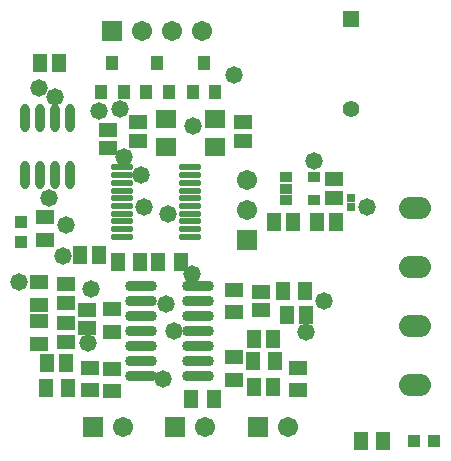
<source format=gts>
%FSLAX25Y25*%
%MOIN*%
G70*
G01*
G75*
G04 Layer_Color=8388736*
%ADD10R,0.02000X0.02000*%
%ADD11R,0.04134X0.05512*%
%ADD12R,0.05512X0.04134*%
%ADD13O,0.09843X0.02756*%
%ADD14O,0.02362X0.08661*%
%ADD15R,0.06300X0.05500*%
%ADD16O,0.06693X0.01378*%
%ADD17R,0.03543X0.02559*%
%ADD18R,0.03543X0.03740*%
%ADD19R,0.03937X0.03937*%
%ADD20R,0.03937X0.03937*%
%ADD21R,0.03740X0.05315*%
%ADD22R,0.05315X0.03740*%
%ADD23C,0.01000*%
%ADD24C,0.00000*%
%ADD25C,0.02000*%
%ADD26C,0.01600*%
%ADD27C,0.03200*%
%ADD28R,0.05906X0.05906*%
%ADD29C,0.05906*%
%ADD30R,0.05906X0.05906*%
%ADD31C,0.04724*%
%ADD32R,0.04724X0.04724*%
%ADD33O,0.09843X0.06693*%
%ADD34C,0.05000*%
%ADD35R,0.02000X0.02000*%
%ADD36C,0.00984*%
%ADD37C,0.01575*%
%ADD38C,0.02362*%
%ADD39C,0.00800*%
%ADD40C,0.00787*%
%ADD41C,0.00591*%
%ADD42R,0.00730X0.02560*%
%ADD43R,0.06700X0.01800*%
%ADD44R,0.00650X0.02300*%
%ADD45R,0.02300X0.00650*%
%ADD46R,0.01800X0.06700*%
%ADD47R,0.02560X0.00730*%
%ADD48R,0.05906X0.78740*%
%ADD49R,0.02800X0.02800*%
%ADD50R,0.04934X0.06312*%
%ADD51R,0.06312X0.04934*%
%ADD52O,0.10642X0.03556*%
%ADD53O,0.03162X0.09461*%
%ADD54R,0.07100X0.06300*%
%ADD55O,0.07493X0.02178*%
%ADD56R,0.04343X0.03359*%
%ADD57R,0.04343X0.04540*%
%ADD58R,0.04540X0.06115*%
%ADD59R,0.06115X0.04540*%
%ADD60R,0.06706X0.06706*%
%ADD61C,0.06706*%
%ADD62R,0.06706X0.06706*%
%ADD63C,0.05524*%
%ADD64R,0.05524X0.05524*%
%ADD65O,0.10642X0.07493*%
%ADD66C,0.05800*%
D19*
X237000Y297031D02*
D03*
Y303725D02*
D03*
D20*
X368154Y231000D02*
D03*
X374847D02*
D03*
D49*
X347000Y312000D02*
D03*
Y309000D02*
D03*
D50*
X276740Y290500D02*
D03*
X269260D02*
D03*
X290240D02*
D03*
X282760D02*
D03*
X293760Y245000D02*
D03*
X301240D02*
D03*
X331740Y281000D02*
D03*
X324260D02*
D03*
X314260Y257500D02*
D03*
X321740D02*
D03*
X245260Y248500D02*
D03*
X252740D02*
D03*
X350260Y231000D02*
D03*
X357740D02*
D03*
D51*
X308000Y258740D02*
D03*
Y251260D02*
D03*
X260000Y255240D02*
D03*
Y247760D02*
D03*
X267500Y247413D02*
D03*
Y254894D02*
D03*
X308000Y273760D02*
D03*
Y281240D02*
D03*
X329500Y247760D02*
D03*
Y255240D02*
D03*
X243000Y263260D02*
D03*
Y270740D02*
D03*
X245010Y297933D02*
D03*
Y305413D02*
D03*
X243000Y283740D02*
D03*
Y276260D02*
D03*
X267500Y267260D02*
D03*
Y274740D02*
D03*
D52*
X276854Y282500D02*
D03*
Y277500D02*
D03*
Y272500D02*
D03*
Y267500D02*
D03*
Y262500D02*
D03*
Y257500D02*
D03*
Y252500D02*
D03*
X296146Y282500D02*
D03*
Y277500D02*
D03*
Y272500D02*
D03*
Y267500D02*
D03*
Y262500D02*
D03*
Y257500D02*
D03*
Y252500D02*
D03*
D53*
X253500Y338449D02*
D03*
X248500D02*
D03*
X243500D02*
D03*
X238500D02*
D03*
X253500Y319551D02*
D03*
X248500D02*
D03*
X243500D02*
D03*
X238500D02*
D03*
D54*
X301650Y328750D02*
D03*
X285350D02*
D03*
Y338250D02*
D03*
X301650D02*
D03*
D55*
X270779Y322016D02*
D03*
Y319457D02*
D03*
Y316898D02*
D03*
Y314339D02*
D03*
Y311779D02*
D03*
Y309221D02*
D03*
Y306661D02*
D03*
Y304102D02*
D03*
Y301543D02*
D03*
Y298984D02*
D03*
X293220Y322016D02*
D03*
Y319457D02*
D03*
Y316898D02*
D03*
Y314339D02*
D03*
Y311779D02*
D03*
Y309221D02*
D03*
Y306661D02*
D03*
Y304102D02*
D03*
Y301543D02*
D03*
Y298984D02*
D03*
D56*
X334724Y318740D02*
D03*
Y311260D02*
D03*
X325276D02*
D03*
Y315000D02*
D03*
Y318740D02*
D03*
D57*
X294260Y347079D02*
D03*
X298000Y356921D02*
D03*
X301740Y347079D02*
D03*
X263760D02*
D03*
X267500Y356921D02*
D03*
X271240Y347079D02*
D03*
X278760D02*
D03*
X282500Y356921D02*
D03*
X286240Y347079D02*
D03*
D58*
X325850Y273000D02*
D03*
X332150D02*
D03*
X252150Y257000D02*
D03*
X245850D02*
D03*
X314850Y249000D02*
D03*
X321150D02*
D03*
X321150Y265000D02*
D03*
X314850D02*
D03*
X243350Y357000D02*
D03*
X249650D02*
D03*
X327650Y304000D02*
D03*
X321350D02*
D03*
X342150D02*
D03*
X335850D02*
D03*
X263150Y293000D02*
D03*
X256850D02*
D03*
D59*
X252000Y270150D02*
D03*
Y263850D02*
D03*
Y276850D02*
D03*
Y283150D02*
D03*
X259000Y274650D02*
D03*
Y268350D02*
D03*
X266000Y334650D02*
D03*
Y328350D02*
D03*
X276000Y337150D02*
D03*
Y330850D02*
D03*
X311000Y330850D02*
D03*
Y337150D02*
D03*
X341350Y311850D02*
D03*
Y318150D02*
D03*
X317000Y280650D02*
D03*
Y274350D02*
D03*
D60*
X312500Y298000D02*
D03*
D61*
Y308000D02*
D03*
Y318000D02*
D03*
X298500Y235500D02*
D03*
X271000D02*
D03*
X326000D02*
D03*
X277500Y367500D02*
D03*
X287500D02*
D03*
X297500D02*
D03*
D62*
X288500Y235500D02*
D03*
X261000D02*
D03*
X316000D02*
D03*
X267500Y367500D02*
D03*
D63*
X347000Y341500D02*
D03*
D64*
Y371500D02*
D03*
D65*
X368500Y249472D02*
D03*
Y269158D02*
D03*
Y288843D02*
D03*
Y308528D02*
D03*
D66*
X308000Y353000D02*
D03*
X352500Y309000D02*
D03*
X332150Y267150D02*
D03*
X259500Y263500D02*
D03*
X236500Y284000D02*
D03*
X338000Y277500D02*
D03*
X294400Y336000D02*
D03*
X271500Y325500D02*
D03*
X334724Y324276D02*
D03*
X270000Y341500D02*
D03*
X251859Y302984D02*
D03*
X263000Y341000D02*
D03*
X246500Y312000D02*
D03*
X278000Y309000D02*
D03*
X284500Y251500D02*
D03*
X277043Y319457D02*
D03*
X286000Y306500D02*
D03*
X260500Y281500D02*
D03*
X251000Y292500D02*
D03*
X288000Y267500D02*
D03*
X248500Y345500D02*
D03*
X243000Y348500D02*
D03*
X294000Y286500D02*
D03*
X285276Y276568D02*
D03*
M02*

</source>
